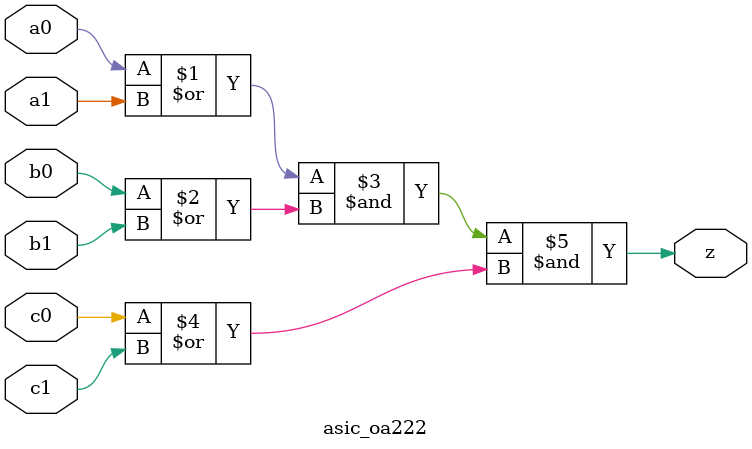
<source format=v>

module asic_oa222
   (
    input  a0,
    input  a1,
    input  b0,
    input  b1,
    input  c0,
    input  c1,
    output z
    );

   assign z = (a0 | a1) & (b0 | b1) & (c0 | c1);

endmodule

</source>
